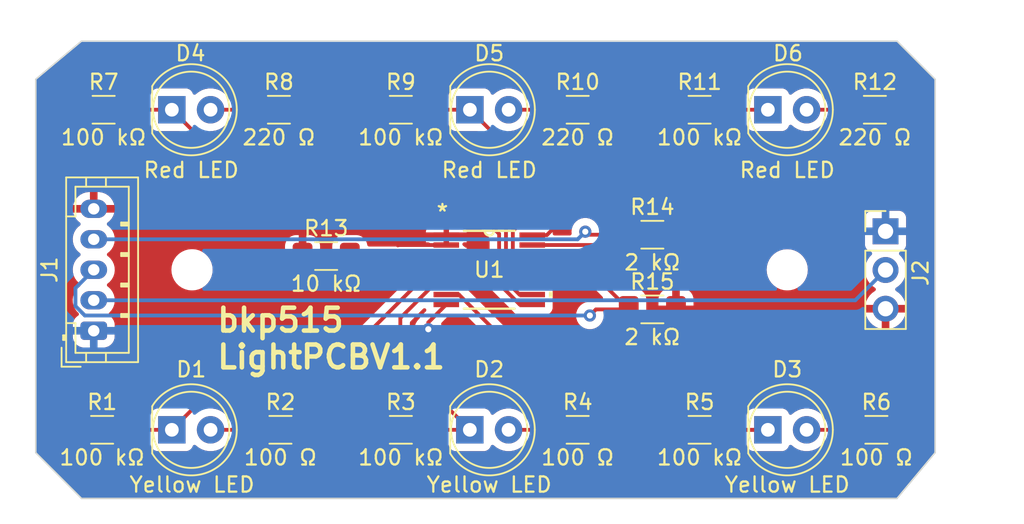
<source format=kicad_pcb>
(kicad_pcb (version 20221018) (generator pcbnew)
  (layers (0 "F.Cu" signal) (31 "B.Cu" signal) (34 "B.Paste" user) (35 "F.Paste" user) (36 "B.SilkS" user "B.Silkscreen") (37 "F.SilkS" user "F.Silkscreen") (38 "B.Mask" user) (39 "F.Mask" user) (44 "Edge.Cuts" user))
  (net 0 "")
  (net 1 "/P1")
  (net 2 "Net-(D1-A)")
  (net 3 "/P2")
  (net 4 "Net-(D2-A)")
  (net 5 "/P3")
  (net 6 "Net-(D3-A)")
  (net 7 "/P4")
  (net 8 "Net-(D4-A)")
  (net 9 "/P5")
  (net 10 "Net-(D5-A)")
  (net 11 "/P6")
  (net 12 "Net-(D6-A)")
  (net 13 "GND")
  (net 14 "/NEO")
  (net 15 "/SCL")
  (net 16 "/SDA")
  (net 17 "VCC")
  (net 18 "Net-(U1-*RESET)")
  (footprint "GPIOExpander:PW16" (layer "F.Cu") (at 148.71 89.9)
    (fp_text reference "U1" (at 0 0 unlocked) (layer "F.SilkS"))
    (fp_text value "TCA6408APWR")
    (fp_text user "*" (at -3.0734 -3.773601 unlocked) (layer "F.SilkS"))
    (fp_line (start -1.663811 2.5527) (end 1.663811 2.5527) (stroke (width 0.1524)) (layer "F.SilkS"))
    (fp_line (start 1.663811 -2.5527) (end -1.663811 -2.5527) (stroke (width 0.1524)) (layer "F.SilkS"))
    (fp_arc (start 0.3048 -2.5527) (mid 0 -2.2479) (end -0.3048 -2.5527) (stroke (width 0.1524)) (layer "F.SilkS"))
    (fp_poly (pts (xy 4.1656 1.434501) (xy 4.1656 1.815501) (xy 3.9116 1.815501) (xy 3.9116 1.434501)) (fill solid) (layer "F.SilkS"))
    (pad "1" smd rect (at -2.8194 -2.274999) (size 1.6764 0.3556) (layers "F.Cu" "F.Paste" "F.Mask") (net 17 "VCC"))
    (pad "2" smd rect (at -2.8194 -1.625001) (size 1.6764 0.3556) (layers "F.Cu" "F.Paste" "F.Mask") (net 17 "VCC"))
    (pad "3" smd rect (at -2.8194 -0.974999) (size 1.6764 0.3556) (layers "F.Cu" "F.Paste" "F.Mask") (net 18 "Net-(U1-*RESET)"))
    (pad "4" smd rect (at -2.8194 -0.325001) (size 1.6764 0.3556) (layers "F.Cu" "F.Paste" "F.Mask"))
    (pad "5" smd rect (at -2.8194 0.324998) (size 1.6764 0.3556) (layers "F.Cu" "F.Paste" "F.Mask") (net 1 "/P1"))
    (pad "6" smd rect (at -2.8194 0.974999) (size 1.6764 0.3556) (layers "F.Cu" "F.Paste" "F.Mask") (net 3 "/P2"))
    (pad "7" smd rect (at -2.8194 1.624998) (size 1.6764 0.3556) (layers "F.Cu" "F.Paste" "F.Mask") (net 5 "/P3"))
    (pad "8" smd rect (at -2.8194 2.274999) (size 1.6764 0.3556) (layers "F.Cu" "F.Paste" "F.Mask") (net 13 "GND"))
    (pad "9" smd rect (at 2.8194 2.274999) (size 1.6764 0.3556) (layers "F.Cu" "F.Paste" "F.Mask") (net 7 "/P4"))
    (pad "10" smd rect (at 2.8194 1.625001) (size 1.6764 0.3556) (layers "F.Cu" "F.Paste" "F.Mask") (net 9 "/P5"))
    (pad "11" smd rect (at 2.8194 0.974999) (size 1.6764 0.3556) (layers "F.Cu" "F.Paste" "F.Mask") (net 11 "/P6"))
    (pad "12" smd rect (at 2.8194 0.325001) (size 1.6764 0.3556) (layers "F.Cu" "F.Paste" "F.Mask"))
    (pad "13" smd rect (at 2.8194 -0.324998) (size 1.6764 0.3556) (layers "F.Cu" "F.Paste" "F.Mask"))
    (pad "14" smd rect (at 2.8194 -0.974999) (size 1.6764 0.3556) (layers "F.Cu" "F.Paste" "F.Mask") (net 15 "/SCL"))
    (pad "15" smd rect (at 2.8194 -1.624998) (size 1.6764 0.3556) (layers "F.Cu" "F.Paste" "F.Mask") (net 16 "/SDA"))
    (pad "16" smd rect (at 2.8194 -2.274999) (size 1.6764 0.3556) (layers "F.Cu" "F.Paste" "F.Mask") (net 17 "VCC"))
  )
  (footprint "Resistor_SMD:R_1206_3216Metric_Pad1.30x1.75mm_HandSolder" (layer "F.Cu") (at 135.01 100.4)
    (fp_text reference "R2" (at 0 -1.82) (layer "F.SilkS"))
    (fp_text value "100 Ω" (at 0 1.82) (layer "F.SilkS"))
    (fp_line (start -0.727064 -0.91) (end 0.727064 -0.91) (stroke (width 0.12)) (layer "F.SilkS"))
    (fp_line (start -0.727064 0.91) (end 0.727064 0.91) (stroke (width 0.12)) (layer "F.SilkS"))
    (pad "1" smd roundrect (at -1.55 0) (size 1.3 1.75) (layers "F.Cu" "F.Paste" "F.Mask") (roundrect_rratio 0.1923076923) (net 2 "Net-(D1-A)"))
    (pad "2" smd roundrect (at 1.55 0) (size 1.3 1.75) (layers "F.Cu" "F.Paste" "F.Mask") (roundrect_rratio 0.1923076923) (net 17 "VCC"))
  )
  (footprint "Resistor_SMD:R_1206_3216Metric_Pad1.30x1.75mm_HandSolder" (layer "F.Cu") (at 162.51 100.4 180)
    (fp_text reference "R5" (at 0 1.82) (layer "F.SilkS"))
    (fp_text value "100 kΩ" (at 0 -1.82) (layer "F.SilkS"))
    (fp_line (start -0.727064 -0.91) (end 0.727064 -0.91) (stroke (width 0.12)) (layer "F.SilkS"))
    (fp_line (start -0.727064 0.91) (end 0.727064 0.91) (stroke (width 0.12)) (layer "F.SilkS"))
    (pad "1" smd roundrect (at -1.55 0 180) (size 1.3 1.75) (layers "F.Cu" "F.Paste" "F.Mask") (roundrect_rratio 0.1923076923) (net 5 "/P3"))
    (pad "2" smd roundrect (at 1.55 0 180) (size 1.3 1.75) (layers "F.Cu" "F.Paste" "F.Mask") (roundrect_rratio 0.1923076923) (net 17 "VCC"))
  )
  (footprint "Resistor_SMD:R_1206_3216Metric_Pad1.30x1.75mm_HandSolder" (layer "F.Cu") (at 154.51 100.4)
    (fp_text reference "R4" (at 0 -1.82) (layer "F.SilkS"))
    (fp_text value "100 Ω" (at 0 1.82) (layer "F.SilkS"))
    (fp_line (start -0.727064 -0.91) (end 0.727064 -0.91) (stroke (width 0.12)) (layer "F.SilkS"))
    (fp_line (start -0.727064 0.91) (end 0.727064 0.91) (stroke (width 0.12)) (layer "F.SilkS"))
    (pad "1" smd roundrect (at -1.55 0) (size 1.3 1.75) (layers "F.Cu" "F.Paste" "F.Mask") (roundrect_rratio 0.1923076923) (net 4 "Net-(D2-A)"))
    (pad "2" smd roundrect (at 1.55 0) (size 1.3 1.75) (layers "F.Cu" "F.Paste" "F.Mask") (roundrect_rratio 0.1923076923) (net 17 "VCC"))
  )
  (footprint "Resistor_SMD:R_1206_3216Metric_Pad1.30x1.75mm_HandSolder" (layer "F.Cu") (at 123.41 79.4 180)
    (fp_text reference "R7" (at 0 1.82) (layer "F.SilkS"))
    (fp_text value "100 kΩ" (at 0 -1.82) (layer "F.SilkS"))
    (fp_line (start -0.727064 -0.91) (end 0.727064 -0.91) (stroke (width 0.12)) (layer "F.SilkS"))
    (fp_line (start -0.727064 0.91) (end 0.727064 0.91) (stroke (width 0.12)) (layer "F.SilkS"))
    (pad "1" smd roundrect (at -1.55 0 180) (size 1.3 1.75) (layers "F.Cu" "F.Paste" "F.Mask") (roundrect_rratio 0.1923076923) (net 7 "/P4"))
    (pad "2" smd roundrect (at 1.55 0 180) (size 1.3 1.75) (layers "F.Cu" "F.Paste" "F.Mask") (roundrect_rratio 0.1923076923) (net 17 "VCC"))
  )
  (footprint "Connector_PinHeader_2.54mm:PinHeader_1x03_P2.54mm_Vertical" (layer "F.Cu") (at 174.71 87.375)
    (fp_text reference "J2" (at 2.3 2.725 -90) (layer "F.SilkS"))
    (fp_text value "NEOPIXEL")
    (fp_line (start -1.33 -1.33) (end 0 -1.33) (stroke (width 0.12)) (layer "F.SilkS"))
    (fp_line (start -1.33 0) (end -1.33 -1.33) (stroke (width 0.12)) (layer "F.SilkS"))
    (fp_line (start -1.33 1.27) (end -1.33 6.41) (stroke (width 0.12)) (layer "F.SilkS"))
    (fp_line (start -1.33 1.27) (end 1.33 1.27) (stroke (width 0.12)) (layer "F.SilkS"))
    (fp_line (start -1.33 6.41) (end 1.33 6.41) (stroke (width 0.12)) (layer "F.SilkS"))
    (fp_line (start 1.33 1.27) (end 1.33 6.41) (stroke (width 0.12)) (layer "F.SilkS"))
    (pad "1" thru_hole rect (at 0 0) (size 1.7 1.7) (drill 1) (layers "*.Cu" "*.Mask") (net 13 "GND"))
    (pad "2" thru_hole oval (at 0 2.54) (size 1.7 1.7) (drill 1) (layers "*.Cu" "*.Mask") (net 14 "/NEO"))
    (pad "3" thru_hole oval (at 0 5.08) (size 1.7 1.7) (drill 1) (layers "*.Cu" "*.Mask") (net 17 "VCC"))
  )
  (footprint "Connector_JST:JST_PH_B5B-PH-K_1x05_P2.00mm_Vertical" (layer "F.Cu") (at 122.76 93.9 90)
    (fp_text reference "J1" (at 4 -2.9 90) (layer "F.SilkS"))
    (fp_text value "INPUT" hide)
    (fp_line (start -2.36 -2.11) (end -2.36 -0.86) (stroke (width 0.12)) (layer "F.SilkS"))
    (fp_line (start -2.06 -1.81) (end -2.06 2.91) (stroke (width 0.12)) (layer "F.SilkS"))
    (fp_line (start -2.06 -0.5) (end -1.45 -0.5) (stroke (width 0.12)) (layer "F.SilkS"))
    (fp_line (start -2.06 0.8) (end -1.45 0.8) (stroke (width 0.12)) (layer "F.SilkS"))
    (fp_line (start -2.06 2.91) (end 10.06 2.91) (stroke (width 0.12)) (layer "F.SilkS"))
    (fp_line (start -1.45 -1.2) (end -1.45 2.3) (stroke (width 0.12)) (layer "F.SilkS"))
    (fp_line (start -1.45 2.3) (end 9.45 2.3) (stroke (width 0.12)) (layer "F.SilkS"))
    (fp_line (start -1.11 -2.11) (end -2.36 -2.11) (stroke (width 0.12)) (layer "F.SilkS"))
    (fp_line (start -0.6 -2.01) (end -0.6 -1.81) (stroke (width 0.12)) (layer "F.SilkS"))
    (fp_line (start -0.3 -2.01) (end -0.6 -2.01) (stroke (width 0.12)) (layer "F.SilkS"))
    (fp_line (start -0.3 -1.91) (end -0.6 -1.91) (stroke (width 0.12)) (layer "F.SilkS"))
    (fp_line (start -0.3 -1.81) (end -0.3 -2.01) (stroke (width 0.12)) (layer "F.SilkS"))
    (fp_line (start 0.5 -1.81) (end 0.5 -1.2) (stroke (width 0.12)) (layer "F.SilkS"))
    (fp_line (start 0.5 -1.2) (end -1.45 -1.2) (stroke (width 0.12)) (layer "F.SilkS"))
    (fp_line (start 0.9 1.8) (end 1.1 1.8) (stroke (width 0.12)) (layer "F.SilkS"))
    (fp_line (start 0.9 2.3) (end 0.9 1.8) (stroke (width 0.12)) (layer "F.SilkS"))
    (fp_line (start 1 2.3) (end 1 1.8) (stroke (width 0.12)) (layer "F.SilkS"))
    (fp_line (start 1.1 1.8) (end 1.1 2.3) (stroke (width 0.12)) (layer "F.SilkS"))
    (fp_line (start 2.9 1.8) (end 3.1 1.8) (stroke (width 0.12)) (layer "F.SilkS"))
    (fp_line (start 2.9 2.3) (end 2.9 1.8) (stroke (width 0.12)) (layer "F.SilkS"))
    (fp_line (start 3 2.3) (end 3 1.8) (stroke (width 0.12)) (layer "F.SilkS"))
    (fp_line (start 3.1 1.8) (end 3.1 2.3) (stroke (width 0.12)) (layer "F.SilkS"))
    (fp_line (start 4.9 1.8) (end 5.1 1.8) (stroke (width 0.12)) (layer "F.SilkS"))
    (fp_line (start 4.9 2.3) (end 4.9 1.8) (stroke (width 0.12)) (layer "F.SilkS"))
    (fp_line (start 5 2.3) (end 5 1.8) (stroke (width 0.12)) (layer "F.SilkS"))
    (fp_line (start 5.1 1.8) (end 5.1 2.3) (stroke (width 0.12)) (layer "F.SilkS"))
    (fp_line (start 6.9 1.8) (end 7.1 1.8) (stroke (width 0.12)) (layer "F.SilkS"))
    (fp_line (start 6.9 2.3) (end 6.9 1.8) (stroke (width 0.12)) (layer "F.SilkS"))
    (fp_line (start 7 2.3) (end 7 1.8) (stroke (width 0.12)) (layer "F.SilkS"))
    (fp_line (start 7.1 1.8) (end 7.1 2.3) (stroke (width 0.12)) (layer "F.SilkS"))
    (fp_line (start 7.5 -1.2) (end 7.5 -1.81) (stroke (width 0.12)) (layer "F.SilkS"))
    (fp_line (start 9.45 -1.2) (end 7.5 -1.2) (stroke (width 0.12)) (layer "F.SilkS"))
    (fp_line (start 9.45 2.3) (end 9.45 -1.2) (stroke (width 0.12)) (layer "F.SilkS"))
    (fp_line (start 10.06 -1.81) (end -2.06 -1.81) (stroke (width 0.12)) (layer "F.SilkS"))
    (fp_line (start 10.06 -0.5) (end 9.45 -0.5) (stroke (width 0.12)) (layer "F.SilkS"))
    (fp_line (start 10.06 0.8) (end 9.45 0.8) (stroke (width 0.12)) (layer "F.SilkS"))
    (fp_line (start 10.06 2.91) (end 10.06 -1.81) (stroke (width 0.12)) (layer "F.SilkS"))
    (pad "1" thru_hole roundrect (at 0 0 90) (size 1.2 1.75) (drill 0.75) (layers "*.Cu" "*.Mask") (roundrect_rratio 0.2083333333) (net 13 "GND"))
    (pad "2" thru_hole oval (at 2 0 90) (size 1.2 1.75) (drill 0.75) (layers "*.Cu" "*.Mask") (net 14 "/NEO"))
    (pad "3" thru_hole oval (at 4 0 90) (size 1.2 1.75) (drill 0.75) (layers "*.Cu" "*.Mask") (net 15 "/SCL"))
    (pad "4" thru_hole oval (at 6 0 90) (size 1.2 1.75) (drill 0.75) (layers "*.Cu" "*.Mask") (net 16 "/SDA"))
    (pad "5" thru_hole oval (at 8 0 90) (size 1.2 1.75) (drill 0.75) (layers "*.Cu" "*.Mask") (net 17 "VCC"))
  )
  (footprint "Resistor_SMD:R_1206_3216Metric_Pad1.30x1.75mm_HandSolder" (layer "F.Cu") (at 159.41 87.6)
    (fp_text reference "R14" (at 0 -1.82) (layer "F.SilkS"))
    (fp_text value "2 kΩ" (at 0 1.82) (layer "F.SilkS"))
    (fp_line (start -0.727064 -0.91) (end 0.727064 -0.91) (stroke (width 0.12)) (layer "F.SilkS"))
    (fp_line (start -0.727064 0.91) (end 0.727064 0.91) (stroke (width 0.12)) (layer "F.SilkS"))
    (pad "1" smd roundrect (at -1.55 0) (size 1.3 1.75) (layers "F.Cu" "F.Paste" "F.Mask") (roundrect_rratio 0.1923076923) (net 16 "/SDA"))
    (pad "2" smd roundrect (at 1.55 0) (size 1.3 1.75) (layers "F.Cu" "F.Paste" "F.Mask") (roundrect_rratio 0.1923076923) (net 17 "VCC"))
  )
  (footprint "Resistor_SMD:R_1206_3216Metric_Pad1.30x1.75mm_HandSolder" (layer "F.Cu") (at 142.91 79.4 180)
    (fp_text reference "R9" (at 0 1.82) (layer "F.SilkS"))
    (fp_text value "100 kΩ" (at 0 -1.82) (layer "F.SilkS"))
    (fp_line (start -0.727064 -0.91) (end 0.727064 -0.91) (stroke (width 0.12)) (layer "F.SilkS"))
    (fp_line (start -0.727064 0.91) (end 0.727064 0.91) (stroke (width 0.12)) (layer "F.SilkS"))
    (pad "1" smd roundrect (at -1.55 0 180) (size 1.3 1.75) (layers "F.Cu" "F.Paste" "F.Mask") (roundrect_rratio 0.1923076923) (net 9 "/P5"))
    (pad "2" smd roundrect (at 1.55 0 180) (size 1.3 1.75) (layers "F.Cu" "F.Paste" "F.Mask") (roundrect_rratio 0.1923076923) (net 17 "VCC"))
  )
  (footprint "LED_THT:LED_D5.0mm" (layer "F.Cu") (at 147.435 100.4)
    (fp_text reference "D2" (at 1.27 -3.96) (layer "F.SilkS"))
    (fp_text value "Yellow LED" (at 1.27 3.6) (layer "F.SilkS"))
    (fp_line (start -1.29 -1.545) (end -1.29 1.545) (stroke (width 0.12)) (layer "F.SilkS"))
    (fp_arc (start -1.29 -1.54483) (mid 2.072002 -2.880433) (end 4.26 0.000462) (stroke (width 0.12)) (layer "F.SilkS"))
    (fp_arc (start 4.26 -0.000462) (mid 2.072002 2.880433) (end -1.29 1.54483) (stroke (width 0.12)) (layer "F.SilkS"))
    (fp_circle (center 1.27 0) (end 3.77 0) (stroke (width 0.12)) (fill none) (layer "F.SilkS"))
    (pad "1" thru_hole rect (at 0 0) (size 1.8 1.8) (drill 0.9) (layers "*.Cu" "*.Mask") (net 3 "/P2"))
    (pad "2" thru_hole circle (at 2.54 0) (size 1.8 1.8) (drill 0.9) (layers "*.Cu" "*.Mask") (net 4 "Net-(D2-A)"))
  )
  (footprint "Resistor_SMD:R_1206_3216Metric_Pad1.30x1.75mm_HandSolder" (layer "F.Cu") (at 154.51 79.4)
    (fp_text reference "R10" (at 0 -1.82) (layer "F.SilkS"))
    (fp_text value "220 Ω" (at 0 1.82) (layer "F.SilkS"))
    (fp_line (start -0.727064 -0.91) (end 0.727064 -0.91) (stroke (width 0.12)) (layer "F.SilkS"))
    (fp_line (start -0.727064 0.91) (end 0.727064 0.91) (stroke (width 0.12)) (layer "F.SilkS"))
    (pad "1" smd roundrect (at -1.55 0) (size 1.3 1.75) (layers "F.Cu" "F.Paste" "F.Mask") (roundrect_rratio 0.1923076923) (net 10 "Net-(D5-A)"))
    (pad "2" smd roundrect (at 1.55 0) (size 1.3 1.75) (layers "F.Cu" "F.Paste" "F.Mask") (roundrect_rratio 0.1923076923) (net 17 "VCC"))
  )
  (footprint "MountingHole:MountingHole_2.2mm_M2" (layer "F.Cu") (at 129.21 89.9)
    (fp_text reference "H1" hide)
    (fp_text value "MountingHole" hide)
    (pad "" np_thru_hole circle (at 0 0) (size 2.2 2.2) (drill 2.2) (layers "*.Cu" "*.Mask"))
  )
  (footprint "Resistor_SMD:R_1206_3216Metric_Pad1.30x1.75mm_HandSolder" (layer "F.Cu") (at 134.91 79.4)
    (fp_text reference "R8" (at 0 -1.82) (layer "F.SilkS"))
    (fp_text value "220 Ω" (at 0 1.82) (layer "F.SilkS"))
    (fp_line (start -0.727064 -0.91) (end 0.727064 -0.91) (stroke (width 0.12)) (layer "F.SilkS"))
    (fp_line (start -0.727064 0.91) (end 0.727064 0.91) (stroke (width 0.12)) (layer "F.SilkS"))
    (pad "1" smd roundrect (at -1.55 0) (size 1.3 1.75) (layers "F.Cu" "F.Paste" "F.Mask") (roundrect_rratio 0.1923076923) (net 8 "Net-(D4-A)"))
    (pad "2" smd roundrect (at 1.55 0) (size 1.3 1.75) (layers "F.Cu" "F.Paste" "F.Mask") (roundrect_rratio 0.1923076923) (net 17 "VCC"))
  )
  (footprint "Resistor_SMD:R_1206_3216Metric_Pad1.30x1.75mm_HandSolder" (layer "F.Cu") (at 142.91 100.4 180)
    (fp_text reference "R3" (at 0 1.82) (layer "F.SilkS"))
    (fp_text value "100 kΩ" (at 0 -1.82) (layer "F.SilkS"))
    (fp_line (start -0.727064 -0.91) (end 0.727064 -0.91) (stroke (width 0.12)) (layer "F.SilkS"))
    (fp_line (start -0.727064 0.91) (end 0.727064 0.91) (stroke (width 0.12)) (layer "F.SilkS"))
    (pad "1" smd roundrect (at -1.55 0 180) (size 1.3 1.75) (layers "F.Cu" "F.Paste" "F.Mask") (roundrect_rratio 0.1923076923) (net 3 "/P2"))
    (pad "2" smd roundrect (at 1.55 0 180) (size 1.3 1.75) (layers "F.Cu" "F.Paste" "F.Mask") (roundrect_rratio 0.1923076923) (net 17 "VCC"))
  )
  (footprint "Resistor_SMD:R_1206_3216Metric_Pad1.30x1.75mm_HandSolder" (layer "F.Cu") (at 123.31 100.4 180)
    (fp_text reference "R1" (at 0 1.82) (layer "F.SilkS"))
    (fp_text value "100 kΩ" (at 0 -1.82) (layer "F.SilkS"))
    (fp_line (start -0.727064 -0.91) (end 0.727064 -0.91) (stroke (width 0.12)) (layer "F.SilkS"))
    (fp_line (start -0.727064 0.91) (end 0.727064 0.91) (stroke (width 0.12)) (layer "F.SilkS"))
    (pad "1" smd roundrect (at -1.55 0 180) (size 1.3 1.75) (layers "F.Cu" "F.Paste" "F.Mask") (roundrect_rratio 0.1923076923) (net 1 "/P1"))
    (pad "2" smd roundrect (at 1.55 0 180) (size 1.3 1.75) (layers "F.Cu" "F.Paste" "F.Mask") (roundrect_rratio 0.1923076923) (net 17 "VCC"))
  )
  (footprint "LED_THT:LED_D5.0mm" (layer "F.Cu") (at 166.99 100.4)
    (fp_text reference "D3" (at 1.27 -3.96) (layer "F.SilkS"))
    (fp_text value "Yellow LED" (at 1.27 3.6) (layer "F.SilkS"))
    (fp_line (start -1.29 -1.545) (end -1.29 1.545) (stroke (width 0.12)) (layer "F.SilkS"))
    (fp_arc (start -1.29 -1.54483) (mid 2.072002 -2.880433) (end 4.26 0.000462) (stroke (width 0.12)) (layer "F.SilkS"))
    (fp_arc (start 4.26 -0.000462) (mid 2.072002 2.880433) (end -1.29 1.54483) (stroke (width 0.12)) (layer "F.SilkS"))
    (fp_circle (center 1.27 0) (end 3.77 0) (stroke (width 0.12)) (fill none) (layer "F.SilkS"))
    (pad "1" thru_hole rect (at 0 0) (size 1.8 1.8) (drill 0.9) (layers "*.Cu" "*.Mask") (net 5 "/P3"))
    (pad "2" thru_hole circle (at 2.54 0) (size 1.8 1.8) (drill 0.9) (layers "*.Cu" "*.Mask") (net 6 "Net-(D3-A)"))
  )
  (footprint "LED_THT:LED_D5.0mm" (layer "F.Cu") (at 127.885 100.4)
    (fp_text reference "D1" (at 1.27 -3.96) (layer "F.SilkS"))
    (fp_text value "Yellow LED" (at 1.325 3.6) (layer "F.SilkS"))
    (fp_line (start -1.29 -1.545) (end -1.29 1.545) (stroke (width 0.12)) (layer "F.SilkS"))
    (fp_arc (start -1.29 -1.54483) (mid 2.072002 -2.880433) (end 4.26 0.000462) (stroke (width 0.12)) (layer "F.SilkS"))
    (fp_arc (start 4.26 -0.000462) (mid 2.072002 2.880433) (end -1.29 1.54483) (stroke (width 0.12)) (layer "F.SilkS"))
    (fp_circle (center 1.27 0) (end 3.77 0) (stroke (width 0.12)) (fill none) (layer "F.SilkS"))
    (pad "1" thru_hole rect (at 0 0) (size 1.8 1.8) (drill 0.9) (layers "*.Cu" "*.Mask") (net 1 "/P1"))
    (pad "2" thru_hole circle (at 2.54 0) (size 1.8 1.8) (drill 0.9) (layers "*.Cu" "*.Mask") (net 2 "Net-(D1-A)"))
  )
  (footprint "Resistor_SMD:R_1206_3216Metric_Pad1.30x1.75mm_HandSolder" (layer "F.Cu") (at 174.01 79.4)
    (fp_text reference "R12" (at 0 -1.82) (layer "F.SilkS"))
    (fp_text value "220 Ω" (at 0 1.82) (layer "F.SilkS"))
    (fp_line (start -0.727064 -0.91) (end 0.727064 -0.91) (stroke (width 0.12)) (layer "F.SilkS"))
    (fp_line (start -0.727064 0.91) (end 0.727064 0.91) (stroke (width 0.12)) (layer "F.SilkS"))
    (pad "1" smd roundrect (at -1.55 0) (size 1.3 1.75) (layers "F.Cu" "F.Paste" "F.Mask") (roundrect_rratio 0.1923076923) (net 12 "Net-(D6-A)"))
    (pad "2" smd roundrect (at 1.55 0) (size 1.3 1.75) (layers "F.Cu" "F.Paste" "F.Mask") (roundrect_rratio 0.1923076923) (net 17 "VCC"))
  )
  (footprint "LED_THT:LED_D5.0mm" (layer "F.Cu") (at 127.885 79.4)
    (fp_text reference "D4" (at 1.22 -3.7) (layer "F.SilkS"))
    (fp_text value "Red LED" (at 1.27 3.96) (layer "F.SilkS"))
    (fp_line (start -1.29 -1.545) (end -1.29 1.545) (stroke (width 0.12)) (layer "F.SilkS"))
    (fp_arc (start -1.29 -1.54483) (mid 2.072002 -2.880433) (end 4.26 0.000462) (stroke (width 0.12)) (layer "F.SilkS"))
    (fp_arc (start 4.26 -0.000462) (mid 2.072002 2.880433) (end -1.29 1.54483) (stroke (width 0.12)) (layer "F.SilkS"))
    (fp_circle (center 1.27 0) (end 3.77 0) (stroke (width 0.12)) (fill none) (layer "F.SilkS"))
    (pad "1" thru_hole rect (at 0 0) (size 1.8 1.8) (drill 0.9) (layers "*.Cu" "*.Mask") (net 7 "/P4"))
    (pad "2" thru_hole circle (at 2.54 0) (size 1.8 1.8) (drill 0.9) (layers "*.Cu" "*.Mask") (net 8 "Net-(D4-A)"))
  )
  (footprint "LED_THT:LED_D5.0mm" (layer "F.Cu") (at 166.99 79.4)
    (fp_text reference "D6" (at 1.32 -3.7) (layer "F.SilkS"))
    (fp_text value "Red LED" (at 1.27 3.96) (layer "F.SilkS"))
    (fp_line (start -1.29 -1.545) (end -1.29 1.545) (stroke (width 0.12)) (layer "F.SilkS"))
    (fp_arc (start -1.29 -1.54483) (mid 2.072002 -2.880433) (end 4.26 0.000462) (stroke (width 0.12)) (layer "F.SilkS"))
    (fp_arc (start 4.26 -0.000462) (mid 2.072002 2.880433) (end -1.29 1.54483) (stroke (width 0.12)) (layer "F.SilkS"))
    (fp_circle (center 1.27 0) (end 3.77 0) (stroke (width 0.12)) (fill none) (layer "F.SilkS"))
    (pad "1" thru_hole rect (at 0 0) (size 1.8 1.8) (drill 0.9) (layers "*.Cu" "*.Mask") (net 11 "/P6"))
    (pad "2" thru_hole circle (at 2.54 0) (size 1.8 1.8) (drill 0.9) (layers "*.Cu" "*.Mask") (net 12 "Net-(D6-A)"))
  )
  (footprint "Resistor_SMD:R_1206_3216Metric_Pad1.30x1.75mm_HandSolder" (layer "F.Cu") (at 159.41 92.5 180)
    (fp_text reference "R15" (at 0 1.82) (layer "F.SilkS"))
    (fp_text value "2 kΩ" (at 0 -1.82) (layer "F.SilkS"))
    (fp_line (start -0.727064 -0.91) (end 0.727064 -0.91) (stroke (width 0.12)) (layer "F.SilkS"))
    (fp_line (start -0.727064 0.91) (end 0.727064 0.91) (stroke (width 0.12)) (layer "F.SilkS"))
    (pad "1" smd roundrect (at -1.55 0 180) (size 1.3 1.75) (layers "F.Cu" "F.Paste" "F.Mask") (roundrect_rratio 0.1923076923) (net 17 "VCC"))
    (pad "2" smd roundrect (at 1.55 0 180) (size 1.3 1.75) (layers "F.Cu" "F.Paste" "F.Mask") (roundrect_rratio 0.1923076923) (net 15 "/SCL"))
  )
  (footprint "Resistor_SMD:R_1206_3216Metric_Pad1.30x1.75mm_HandSolder" (layer "F.Cu") (at 138.01 89)
    (fp_text reference "R13" (at 0 -1.82) (layer "F.SilkS"))
    (fp_text value "10 kΩ" (at 0 1.82) (layer "F.SilkS"))
    (fp_line (start -0.727064 -0.91) (end 0.727064 -0.91) (stroke (width 0.12)) (layer "F.SilkS"))
    (fp_line (start -0.727064 0.91) (end 0.727064 0.91) (stroke (width 0.12)) (layer "F.SilkS"))
    (pad "1" smd roundrect (at -1.55 0) (size 1.3 1.75) (layers "F.Cu" "F.Paste" "F.Mask") (roundrect_rratio 0.1923076923) (net 17 "VCC"))
    (pad "2" smd roundrect (at 1.55 0) (size 1.3 1.75) (layers "F.Cu" "F.Paste" "F.Mask") (roundrect_rratio 0.1923076923) (net 18 "Net-(U1-*RESET)"))
  )
  (footprint "Resistor_SMD:R_1206_3216Metric_Pad1.30x1.75mm_HandSolder" (layer "F.Cu") (at 162.51 79.4 180)
    (fp_text reference "R11" (at 0 1.82) (layer "F.SilkS"))
    (fp_text value "100 kΩ" (at 0 -1.82) (layer "F.SilkS"))
    (fp_line (start -0.727064 -0.91) (end 0.727064 -0.91) (stroke (width 0.12)) (layer "F.SilkS"))
    (fp_line (start -0.727064 0.91) (end 0.727064 0.91) (stroke (width 0.12)) (layer "F.SilkS"))
    (pad "1" smd roundrect (at -1.55 0 180) (size 1.3 1.75) (layers "F.Cu" "F.Paste" "F.Mask") (roundrect_rratio 0.1923076923) (net 11 "/P6"))
    (pad "2" smd roundrect (at 1.55 0 180) (size 1.3 1.75) (layers "F.Cu" "F.Paste" "F.Mask") (roundrect_rratio 0.1923076923) (net 17 "VCC"))
  )
  (footprint "MountingHole:MountingHole_2.2mm_M2" (layer "F.Cu") (at 168.26 89.9)
    (fp_text reference "H2" hide)
    (fp_text value "MountingHole" hide)
    (pad "" np_thru_hole circle (at 0 0) (size 2.2 2.2) (drill 2.2) (layers "*.Cu" "*.Mask"))
  )
  (footprint "Resistor_SMD:R_1206_3216Metric_Pad1.30x1.75mm_HandSolder" (layer "F.Cu") (at 174.11 100.4)
    (fp_text reference "R6" (at 0 -1.82) (layer "F.SilkS"))
    (fp_text value "100 Ω" (at 0 1.82) (layer "F.SilkS"))
    (fp_line (start -0.727064 -0.91) (end 0.727064 -0.91) (stroke (width 0.12)) (layer "F.SilkS"))
    (fp_line (start -0.727064 0.91) (end 0.727064 0.91) (stroke (width 0.12)) (layer "F.SilkS"))
    (pad "1" smd roundrect (at -1.55 0) (size 1.3 1.75) (layers "F.Cu" "F.Paste" "F.Mask") (roundrect_rratio 0.1923076923) (net 6 "Net-(D3-A)"))
    (pad "2" smd roundrect (at 1.55 0) (size 1.3 1.75) (layers "F.Cu" "F.Paste" "F.Mask") (roundrect_rratio 0.1923076923) (net 17 "VCC"))
  )
  (footprint "LED_THT:LED_D5.0mm" (layer "F.Cu") (at 147.44 79.4)
    (fp_text reference "D5" (at 1.27 -3.7) (layer "F.SilkS"))
    (fp_text value "Red LED" (at 1.27 3.96) (layer "F.SilkS"))
    (fp_line (start -1.29 -1.545) (end -1.29 1.545) (stroke (width 0.12)) (layer "F.SilkS"))
    (fp_arc (start -1.29 -1.54483) (mid 2.072002 -2.880433) (end 4.26 0.000462) (stroke (width 0.12)) (layer "F.SilkS"))
    (fp_arc (start 4.26 -0.000462) (mid 2.072002 2.880433) (end -1.29 1.54483) (stroke (width 0.12)) (layer "F.SilkS"))
    (fp_circle (center 1.27 0) (end 3.77 0) (stroke (width 0.12)) (fill none) (layer "F.SilkS"))
    (pad "1" thru_hole rect (at 0 0) (size 1.8 1.8) (drill 0.9) (layers "*.Cu" "*.Mask") (net 9 "/P5"))
    (pad "2" thru_hole circle (at 2.54 0) (size 1.8 1.8) (drill 0.9) (layers "*.Cu" "*.Mask") (net 10 "Net-(D5-A)"))
  )
  (gr_line (start 177.96 77.4) (end 177.96 101.9) (stroke (width 0.1)) (layer "Edge.Cuts"))
  (gr_line (start 175.46 104.9) (end 121.96 104.9) (stroke (width 0.1)) (layer "Edge.Cuts"))
  (gr_line (start 177.96 101.9) (end 175.46 104.9) (stroke (width 0.1)) (layer "Edge.Cuts"))
  (gr_line (start 118.96 101.9) (end 118.96 77.4) (stroke (width 0.1)) (layer "Edge.Cuts"))
  (gr_line (start 121.96 74.9) (end 175.46 74.9) (stroke (width 0.1)) (layer "Edge.Cuts"))
  (gr_line (start 175.46 74.9) (end 177.96 77.4) (stroke (width 0.1)) (layer "Edge.Cuts"))
  (gr_line (start 118.96 77.4) (end 121.96 74.9) (stroke (width 0.1)) (layer "Edge.Cuts"))
  (gr_line (start 121.96 104.9) (end 118.96 101.9) (stroke (width 0.1)) (layer "Edge.Cuts"))
  (gr_text "bkp515\nLightPCBV1.1" (at 130.71 96.5) (layer "F.SilkS") (effects (font (size 1.5 1.5) (thickness 0.3) bold) (justify left bottom)))
  (segment (start 136.81 98) (end 144.585002 90.224998) (width 0.25) (layer "F.Cu") (net 1))
  (segment (start 130.285 98) (end 136.81 98) (width 0.25) (layer "F.Cu") (net 1))
  (segment (start 144.585002 90.224998) (end 145.8906 90.224998) (width 0.25) (layer "F.Cu") (net 1))
  (segment (start 127.885 100.4) (end 124.86 100.4) (width 0.25) (layer "F.Cu") (net 1))
  (segment (start 127.885 100.4) (end 130.285 98) (width 0.25) (layer "F.Cu") (net 1))
  (segment (start 133.46 100.4) (end 130.425 100.4) (width 0.25) (layer "F.Cu") (net 2))
  (segment (start 145.064979 90.874999) (end 145.8906 90.874999) (width 0.25) (layer "F.Cu") (net 3))
  (segment (start 147.435 100.4) (end 142.874989 95.839989) (width 0.25) (layer "F.Cu") (net 3))
  (segment (start 144.46 100.4) (end 147.435 100.4) (width 0.25) (layer "F.Cu") (net 3))
  (segment (start 142.874989 93.064989) (end 145.064979 90.874999) (width 0.25) (layer "F.Cu") (net 3))
  (segment (start 142.874989 95.839989) (end 142.874989 93.064989) (width 0.25) (layer "F.Cu") (net 3))
  (segment (start 149.975 100.4) (end 152.96 100.4) (width 0.25) (layer "F.Cu") (net 4))
  (segment (start 166.99 100.4) (end 163.921826 100.4) (width 0.25) (layer "F.Cu") (net 5))
  (segment (start 160.321826 96.8) (end 151.991221 96.8) (width 0.25) (layer "F.Cu") (net 5))
  (segment (start 151.991221 96.8) (end 146.716219 91.524998) (width 0.25) (layer "F.Cu") (net 5))
  (segment (start 163.921826 100.4) (end 160.321826 96.8) (width 0.25) (layer "F.Cu") (net 5))
  (segment (start 146.716219 91.524998) (end 145.8906 91.524998) (width 0.25) (layer "F.Cu") (net 5))
  (segment (start 164.06 100.4) (end 166.99 100.4) (width 0.25) (layer "F.Cu") (net 5))
  (segment (start 172.56 100.4) (end 169.53 100.4) (width 0.25) (layer "F.Cu") (net 6))
  (segment (start 146.21 84.4) (end 149.356298 87.546298) (width 0.25) (layer "F.Cu") (net 7))
  (segment (start 149.356298 90.827519) (end 150.703778 92.174999) (width 0.25) (layer "F.Cu") (net 7))
  (segment (start 149.356298 87.546298) (end 149.356298 90.827519) (width 0.25) (layer "F.Cu") (net 7))
  (segment (start 132.885 84.4) (end 146.21 84.4) (width 0.25) (layer "F.Cu") (net 7))
  (segment (start 127.885 79.4) (end 132.885 84.4) (width 0.25) (layer "F.Cu") (net 7))
  (segment (start 124.96 79.4) (end 127.885 79.4) (width 0.25) (layer "F.Cu") (net 7))
  (segment (start 150.703778 92.174999) (end 151.5294 92.174999) (width 0.25) (layer "F.Cu") (net 7))
  (segment (start 133.36 79.4) (end 130.425 79.4) (width 0.25) (layer "F.Cu") (net 8))
  (segment (start 149.81 87.163604) (end 149.806298 87.167306) (width 0.25) (layer "F.Cu") (net 9))
  (segment (start 149.806298 87.167306) (end 149.806298 90.640099) (width 0.25) (layer "F.Cu") (net 9))
  (segment (start 149.81 81.77) (end 149.81 87.163604) (width 0.25) (layer "F.Cu") (net 9))
  (segment (start 144.46 79.4) (end 147.44 79.4) (width 0.25) (layer "F.Cu") (net 9))
  (segment (start 150.6912 91.525001) (end 151.5294 91.525001) (width 0.25) (layer "F.Cu") (net 9))
  (segment (start 149.806298 90.640099) (end 150.6912 91.525001) (width 0.25) (layer "F.Cu") (net 9))
  (segment (start 147.44 79.4) (end 149.81 81.77) (width 0.25) (layer "F.Cu") (net 9))
  (segment (start 149.98 79.4) (end 152.96 79.4) (width 0.25) (layer "F.Cu") (net 10))
  (segment (start 164.06 79.4) (end 166.99 79.4) (width 0.25) (layer "F.Cu") (net 11))
  (segment (start 150.677594 90.874999) (end 151.5294 90.874999) (width 0.25) (layer "F.Cu") (net 11))
  (segment (start 150.256298 87.353702) (end 150.256298 90.453703) (width 0.25) (layer "F.Cu") (net 11))
  (segment (start 150.256298 90.453703) (end 150.677594 90.874999) (width 0.25) (layer "F.Cu") (net 11))
  (segment (start 164.06 79.4) (end 162.86 80.6) (width 0.25) (layer "F.Cu") (net 11))
  (segment (start 162.86 80.6) (end 157.01 80.6) (width 0.25) (layer "F.Cu") (net 11))
  (segment (start 157.01 80.6) (end 150.256298 87.353702) (width 0.25) (layer "F.Cu") (net 11))
  (segment (start 169.53 79.4) (end 172.46 79.4) (width 0.25) (layer "F.Cu") (net 12))
  (segment (start 144.71 93.355599) (end 145.8906 92.174999) (width 0.25) (layer "F.Cu") (net 13))
  (segment (start 144.71 93.8) (end 144.71 93.355599) (width 0.25) (layer "F.Cu") (net 13))
  (via (at 144.71 93.8) (size 0.8) (drill 0.4) (layers "F.Cu" "B.Cu") (net 13))
  (segment (start 122.76 91.9) (end 172.725 91.9) (width 0.25) (layer "B.Cu") (net 14))
  (segment (start 172.725 91.9) (end 174.71 89.915) (width 0.25) (layer "B.Cu") (net 14))
  (segment (start 155.71 92.5) (end 155.31 92.9) (width 0.25) (layer "F.Cu") (net 15))
  (segment (start 157.86 92.5) (end 154.285001 88.925001) (width 0.25) (layer "F.Cu") (net 15))
  (segment (start 154.285001 88.925001) (end 151.5294 88.925001) (width 0.25) (layer "F.Cu") (net 15))
  (segment (start 157.86 92.5) (end 155.71 92.5) (width 0.25) (layer "F.Cu") (net 15))
  (via (at 155.31 92.9) (size 0.8) (drill 0.4) (layers "F.Cu" "B.Cu") (net 15))
  (segment (start 121.56 92.283148) (end 122.176852 92.9) (width 0.25) (layer "B.Cu") (net 15))
  (segment (start 122.176852 92.9) (end 155.31 92.9) (width 0.25) (layer "B.Cu") (net 15))
  (segment (start 121.56 91.1) (end 121.56 92.283148) (width 0.25) (layer "B.Cu") (net 15))
  (segment (start 122.76 89.9) (end 121.56 91.1) (width 0.25) (layer "B.Cu") (net 15))
  (segment (start 155.01 87.4) (end 155.21 87.6) (width 0.25) (layer "F.Cu") (net 16))
  (segment (start 157.184998 88.275002) (end 151.5294 88.275002) (width 0.25) (layer "F.Cu") (net 16))
  (segment (start 157.86 87.6) (end 157.184998 88.275002) (width 0.25) (layer "F.Cu") (net 16))
  (segment (start 155.21 87.6) (end 157.86 87.6) (width 0.25) (layer "F.Cu") (net 16))
  (via (at 155.01 87.4) (size 0.8) (drill 0.4) (layers "F.Cu" "B.Cu") (net 16))
  (segment (start 122.76 87.9) (end 154.51 87.9) (width 0.25) (layer "B.Cu") (net 16))
  (segment (start 154.51 87.9) (end 155.01 87.4) (width 0.25) (layer "B.Cu") (net 16))
  (segment (start 152.484999 87.625001) (end 154.31 85.8) (width 0.25) (layer "F.Cu") (net 17))
  (segment (start 151.5294 87.625001) (end 152.484999 87.625001) (width 0.25) (layer "F.Cu") (net 17))
  (segment (start 142.71 88.3) (end 142.735001 88.274999) (width 0.25) (layer "F.Cu") (net 17))
  (segment (start 145.8906 88.274999) (end 142.735001 88.274999) (width 0.25) (layer "F.Cu") (net 17))
  (segment (start 139.86 89) (end 145.815601 89) (width 0.25) (layer "F.Cu") (net 18))
  (segment (start 145.815601 89) (end 145.8906 88.925001) (width 0.25) (layer "F.Cu") (net 18))
  (zone (net 17) (net_name "VCC") (layer "F.Cu") (connect_pads (clearance 0.5)) (min_thickness 0.25) (fill yes (thermal_gap 0.5) (thermal_bridge_width 0.5))
    (polygon (pts (xy 116.61 72.7) (xy 117.11 106.6) (xy 183.81 106.1) (xy 182.41 72.2) (xy 116.71 72.7)))
  )
  (zone (net 13) (net_name "GND") (layer "B.Cu") (priority 1) (connect_pads (clearance 0.5)) (min_thickness 0.25) (fill yes (thermal_gap 0.5) (thermal_bridge_width 0.5))
    (polygon (pts (xy 117.91 73.8) (xy 180.21 73.6) (xy 181.51 105.1) (xy 118.11 105.4) (xy 117.61 74.1) (xy 118.01 73.6)))
  )
)
</source>
